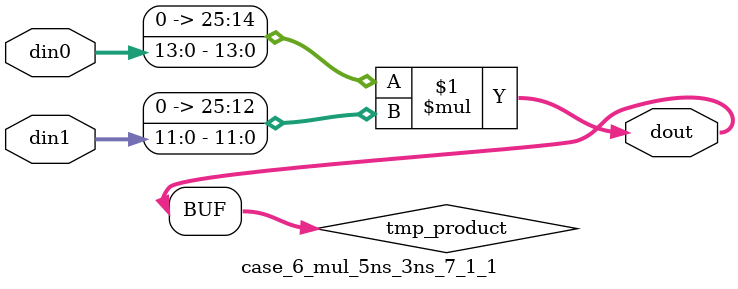
<source format=v>

`timescale 1 ns / 1 ps

 (* use_dsp = "no" *)  module case_6_mul_5ns_3ns_7_1_1(din0, din1, dout);
parameter ID = 1;
parameter NUM_STAGE = 0;
parameter din0_WIDTH = 14;
parameter din1_WIDTH = 12;
parameter dout_WIDTH = 26;

input [din0_WIDTH - 1 : 0] din0; 
input [din1_WIDTH - 1 : 0] din1; 
output [dout_WIDTH - 1 : 0] dout;

wire signed [dout_WIDTH - 1 : 0] tmp_product;
























assign tmp_product = $signed({1'b0, din0}) * $signed({1'b0, din1});











assign dout = tmp_product;





















endmodule

</source>
